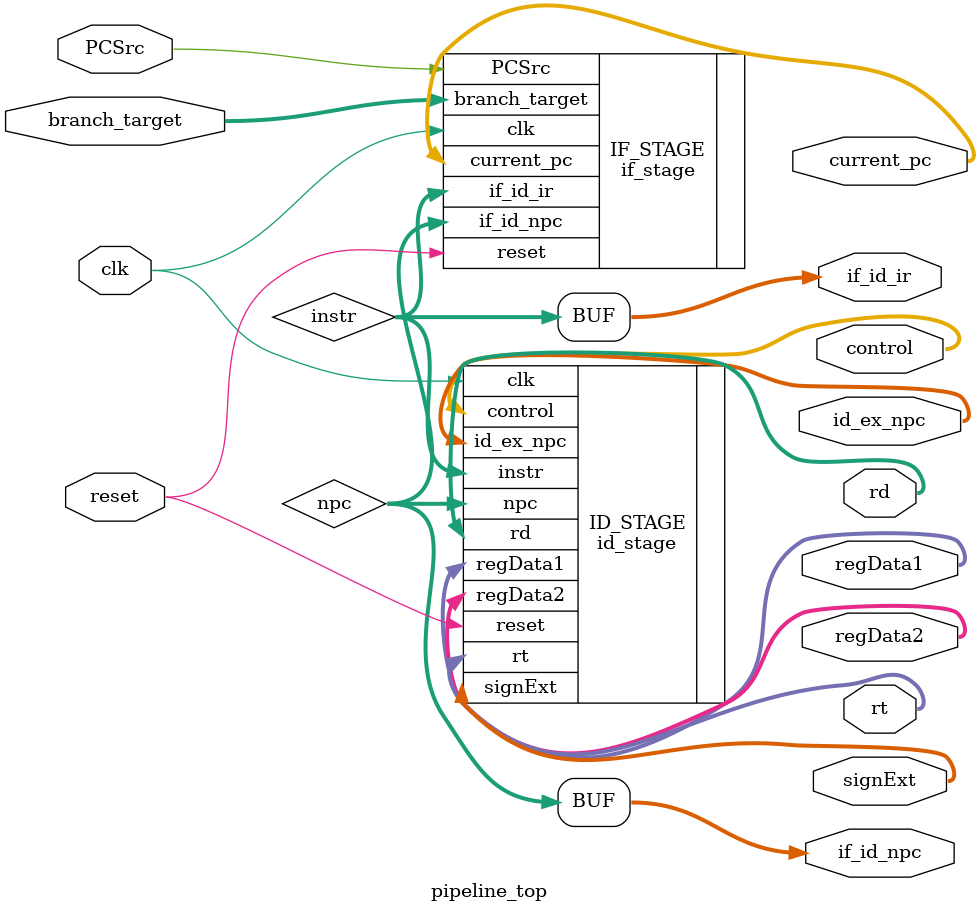
<source format=v>
module pipeline_top(
    input         clk,
    input         reset,
    input         PCSrc,
    input  [31:0] branch_target,
    output [31:0] current_pc,
    output [31:0] if_id_ir,
    output [31:0] if_id_npc,
    output [31:0] id_ex_npc,
    output [31:0] regData1,
    output [31:0] regData2,
    output [31:0] signExt,
    output [4:0]  rt,
    output [4:0]  rd,
    output [8:0]  control
);
    // Wires to carry IF outputs
    wire [31:0] instr;  
    wire [31:0] npc;

    // -----------------------------
    // IF STAGE
    // -----------------------------
    if_stage IF_STAGE (
         .clk(clk),
         .reset(reset),
         .PCSrc(PCSrc),
         .branch_target(branch_target),
         .current_pc(current_pc),
         .if_id_ir(instr),    // "instr" wire from IF
         .if_id_npc(npc)      // "npc" wire from IF
    );

    // Make these wires visible at top level
    assign if_id_ir  = instr; 
    assign if_id_npc = npc;

    // -----------------------------
    // ID STAGE
    // -----------------------------
    id_stage ID_STAGE (
         .clk(clk),
         .reset(reset),
         // Inputs taken directly from IF outputs
         .npc(npc),
         .instr(instr),

         // Outputs
         .id_ex_npc(id_ex_npc),
         .regData1(regData1),
         .regData2(regData2),
         .signExt(signExt),
         .rt(rt),
         .rd(rd),
         .control(control)
    );
endmodule

</source>
